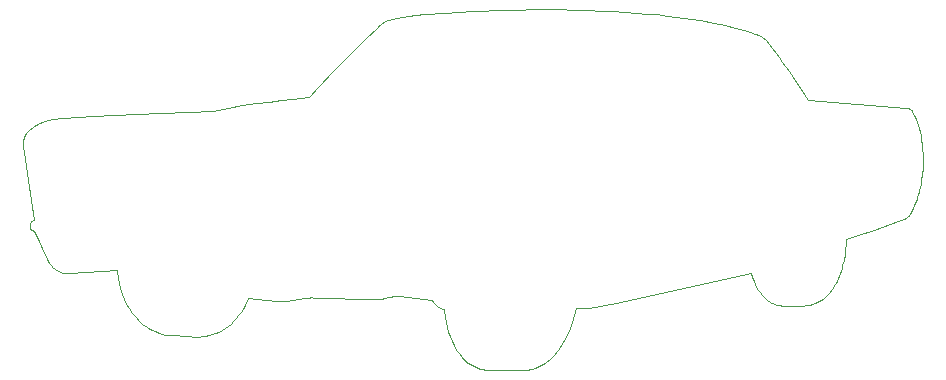
<source format=gbr>
%TF.GenerationSoftware,KiCad,Pcbnew,7.0.8*%
%TF.CreationDate,2024-05-09T09:52:06-04:00*%
%TF.ProjectId,Caddy_SAO,43616464-795f-4534-914f-2e6b69636164,rev?*%
%TF.SameCoordinates,Original*%
%TF.FileFunction,Profile,NP*%
%FSLAX46Y46*%
G04 Gerber Fmt 4.6, Leading zero omitted, Abs format (unit mm)*
G04 Created by KiCad (PCBNEW 7.0.8) date 2024-05-09 09:52:06*
%MOMM*%
%LPD*%
G01*
G04 APERTURE LIST*
%TA.AperFunction,Profile*%
%ADD10C,0.100000*%
%TD*%
G04 APERTURE END LIST*
D10*
X218356385Y-133290963D02*
X219561387Y-133309570D01*
X220714233Y-133339610D01*
X221815817Y-133380289D01*
X222867035Y-133430812D01*
X223868785Y-133490385D01*
X224821963Y-133558214D01*
X225727463Y-133633503D01*
X226586184Y-133715459D01*
X227399021Y-133803286D01*
X228166871Y-133896191D01*
X228890629Y-133993378D01*
X230209457Y-134197422D01*
X231362675Y-134409063D01*
X232357453Y-134621944D01*
X233200961Y-134829709D01*
X233900369Y-135026001D01*
X234462848Y-135204466D01*
X234895567Y-135358746D01*
X235205697Y-135482484D01*
X235486870Y-135612915D01*
X235766860Y-135906651D01*
X236049990Y-136228951D01*
X236334437Y-136574893D01*
X236618381Y-136939554D01*
X236899998Y-137318013D01*
X237177469Y-137705348D01*
X237712682Y-138486954D01*
X239323334Y-140983959D01*
X247684166Y-141618957D01*
X247723530Y-141624848D01*
X247762196Y-141632599D01*
X247800087Y-141642211D01*
X247837126Y-141653682D01*
X247873235Y-141667015D01*
X247908336Y-141682207D01*
X247942352Y-141699261D01*
X247975205Y-141718174D01*
X248006819Y-141738948D01*
X248037114Y-141761582D01*
X248051744Y-141773597D01*
X248066015Y-141786077D01*
X248079917Y-141799022D01*
X248093442Y-141812432D01*
X248106579Y-141826307D01*
X248119319Y-141840647D01*
X248131652Y-141855452D01*
X248143569Y-141870723D01*
X248155059Y-141886458D01*
X248166113Y-141902659D01*
X248176721Y-141919324D01*
X248186874Y-141936455D01*
X248338597Y-142238659D01*
X248483136Y-142580602D01*
X248646590Y-143044398D01*
X248729112Y-143320732D01*
X248808805Y-143626017D01*
X248883150Y-143959750D01*
X248949627Y-144321427D01*
X249005718Y-144710544D01*
X249048903Y-145126598D01*
X249076663Y-145569084D01*
X249086479Y-146037498D01*
X249086066Y-146231801D01*
X249083172Y-146421143D01*
X249080020Y-146515503D01*
X249075317Y-146610484D01*
X249068754Y-146706705D01*
X249060020Y-146804787D01*
X249055421Y-146896925D01*
X249043070Y-147025961D01*
X249025138Y-147179182D01*
X249003796Y-147343874D01*
X248959560Y-147656827D01*
X248927727Y-147863121D01*
X248881011Y-148097461D01*
X248830574Y-148323972D01*
X248777037Y-148542266D01*
X248721019Y-148751956D01*
X248663141Y-148952655D01*
X248604023Y-149143974D01*
X248544285Y-149325527D01*
X248484547Y-149496925D01*
X248425429Y-149657781D01*
X248367551Y-149807707D01*
X248257996Y-150073221D01*
X248160844Y-150290365D01*
X248081055Y-150456039D01*
X248055623Y-150500358D01*
X248028912Y-150543941D01*
X248000884Y-150586671D01*
X247971499Y-150628432D01*
X247940719Y-150669108D01*
X247908505Y-150708583D01*
X247874818Y-150746740D01*
X247839620Y-150783463D01*
X247802871Y-150818635D01*
X247764534Y-150852141D01*
X247724568Y-150883864D01*
X247682937Y-150913688D01*
X247639600Y-150941496D01*
X247594519Y-150967172D01*
X247547655Y-150990601D01*
X247498970Y-151011665D01*
X246944532Y-151237439D01*
X246312890Y-151473445D01*
X245633500Y-151712551D01*
X244935817Y-151947627D01*
X243603391Y-152377162D01*
X242551254Y-152704998D01*
X242539995Y-153135417D01*
X242505831Y-153579827D01*
X242448180Y-154032997D01*
X242366461Y-154489693D01*
X242260092Y-154944685D01*
X242197482Y-155169906D01*
X242128492Y-155392739D01*
X242053049Y-155612529D01*
X241971080Y-155828623D01*
X241882513Y-156040366D01*
X241787274Y-156247105D01*
X241685292Y-156448185D01*
X241576494Y-156642953D01*
X241460806Y-156830754D01*
X241338156Y-157010935D01*
X241208472Y-157182840D01*
X241071681Y-157345817D01*
X240927710Y-157499212D01*
X240776487Y-157642369D01*
X240617939Y-157774636D01*
X240451992Y-157895358D01*
X240278575Y-158003881D01*
X240097615Y-158099551D01*
X239909039Y-158181714D01*
X239712775Y-158249716D01*
X239508750Y-158302904D01*
X239296890Y-158340622D01*
X239178962Y-158349355D01*
X238933910Y-158355918D01*
X238238549Y-158363773D01*
X237259590Y-158367081D01*
X237141387Y-158361816D01*
X237024933Y-158351009D01*
X236910272Y-158334699D01*
X236797447Y-158312924D01*
X236686501Y-158285722D01*
X236577479Y-158253134D01*
X236470424Y-158215197D01*
X236365380Y-158171950D01*
X236262390Y-158123433D01*
X236161497Y-158069683D01*
X236062746Y-158010739D01*
X235966180Y-157946641D01*
X235871842Y-157877427D01*
X235779776Y-157803136D01*
X235602636Y-157639476D01*
X235435108Y-157455973D01*
X235277540Y-157252937D01*
X235130282Y-157030676D01*
X234993681Y-156789502D01*
X234868088Y-156529725D01*
X234753850Y-156251654D01*
X234651317Y-155955600D01*
X234560837Y-155641872D01*
X227701515Y-157120234D01*
X223071307Y-158116142D01*
X220802506Y-158578751D01*
X220008759Y-158552288D01*
X219717712Y-158605206D01*
X219566584Y-159192495D01*
X219391736Y-159752732D01*
X219194255Y-160284289D01*
X219087365Y-160538804D01*
X218975224Y-160785538D01*
X218857967Y-161024288D01*
X218735729Y-161254850D01*
X218608647Y-161477022D01*
X218476856Y-161690599D01*
X218340491Y-161895378D01*
X218199689Y-162091156D01*
X218054585Y-162277729D01*
X217905314Y-162454894D01*
X217752013Y-162622446D01*
X217594817Y-162780184D01*
X217433861Y-162927903D01*
X217269281Y-163065399D01*
X217101213Y-163192470D01*
X216929793Y-163308912D01*
X216755155Y-163414520D01*
X216577437Y-163509093D01*
X216396773Y-163592426D01*
X216213299Y-163664316D01*
X216027150Y-163724560D01*
X215838464Y-163772953D01*
X215647374Y-163809293D01*
X215454017Y-163833375D01*
X215258528Y-163844998D01*
X215061043Y-163843956D01*
X212441673Y-163817497D01*
X212224614Y-163810977D01*
X212014890Y-163791691D01*
X211812394Y-163760052D01*
X211617020Y-163716470D01*
X211428661Y-163661358D01*
X211247210Y-163595127D01*
X211072562Y-163518190D01*
X210904608Y-163430957D01*
X210743244Y-163333842D01*
X210588361Y-163227255D01*
X210439854Y-163111609D01*
X210297616Y-162987315D01*
X210161541Y-162854785D01*
X210031521Y-162714431D01*
X209789223Y-162411898D01*
X209569870Y-162083010D01*
X209372608Y-161731061D01*
X209196585Y-161359346D01*
X209040948Y-160971159D01*
X208904846Y-160569795D01*
X208787424Y-160158547D01*
X208687831Y-159740711D01*
X208605213Y-159319580D01*
X208499382Y-158658123D01*
X208459853Y-158649914D01*
X208420653Y-158640198D01*
X208381801Y-158629018D01*
X208343318Y-158616420D01*
X208267535Y-158587138D01*
X208193456Y-158552702D01*
X208121238Y-158513460D01*
X208051036Y-158469761D01*
X207983004Y-158421954D01*
X207917297Y-158370387D01*
X207854071Y-158315410D01*
X207793481Y-158257371D01*
X207735681Y-158196618D01*
X207680827Y-158133502D01*
X207629073Y-158068371D01*
X207580575Y-158001573D01*
X207535487Y-157933457D01*
X207493965Y-157864372D01*
X204821671Y-157573326D01*
X204239590Y-157573326D01*
X204062960Y-157607432D01*
X203873307Y-157647739D01*
X203472298Y-157732075D01*
X203269622Y-157768662D01*
X203169641Y-157783933D01*
X203071288Y-157796568D01*
X202975105Y-157806102D01*
X202881636Y-157812071D01*
X202791421Y-157814009D01*
X202705006Y-157811451D01*
X197492714Y-157679161D01*
X197240948Y-157677093D01*
X197096925Y-157677765D01*
X196947012Y-157682466D01*
X196871299Y-157687007D01*
X196795858Y-157693370D01*
X196721270Y-157701825D01*
X196648115Y-157712645D01*
X196576976Y-157726100D01*
X196508434Y-157742462D01*
X196443070Y-157762002D01*
X196381466Y-157784992D01*
X196088828Y-157842825D01*
X195813903Y-157887984D01*
X195553318Y-157921438D01*
X195303701Y-157944156D01*
X195061681Y-157957108D01*
X194823885Y-157961262D01*
X194586942Y-157957586D01*
X194347480Y-157947051D01*
X191936462Y-157732075D01*
X191671883Y-158340618D01*
X191501169Y-158640664D01*
X191316968Y-158925285D01*
X191120055Y-159193937D01*
X190911204Y-159446080D01*
X190691191Y-159681168D01*
X190460791Y-159898662D01*
X190220780Y-160098016D01*
X189971931Y-160278690D01*
X189715022Y-160440140D01*
X189450826Y-160581824D01*
X189180119Y-160703199D01*
X188903676Y-160803722D01*
X188622272Y-160882852D01*
X188336682Y-160940045D01*
X188047682Y-160974758D01*
X187756046Y-160986450D01*
X187729588Y-160986450D01*
X185560005Y-160880619D01*
X185328805Y-160873486D01*
X185101635Y-160852391D01*
X184878650Y-160817789D01*
X184660007Y-160770135D01*
X184445860Y-160709885D01*
X184236363Y-160637494D01*
X184031673Y-160553418D01*
X183831943Y-160458113D01*
X183637330Y-160352032D01*
X183447987Y-160235633D01*
X183264070Y-160109369D01*
X183085735Y-159973698D01*
X182913135Y-159829073D01*
X182746427Y-159675951D01*
X182431304Y-159346036D01*
X182141606Y-158987595D01*
X181878573Y-158604273D01*
X181643445Y-158199711D01*
X181437463Y-157777553D01*
X181261867Y-157341443D01*
X181117896Y-156895023D01*
X181006792Y-156441937D01*
X180929794Y-155985828D01*
X180850418Y-155350830D01*
X176828753Y-155615414D01*
X176695398Y-155619192D01*
X176568071Y-155615872D01*
X176446596Y-155605800D01*
X176330799Y-155589317D01*
X176220505Y-155566770D01*
X176115540Y-155538500D01*
X176015731Y-155504853D01*
X175920901Y-155466173D01*
X175830878Y-155422803D01*
X175745486Y-155375087D01*
X175664551Y-155323369D01*
X175587898Y-155267994D01*
X175515354Y-155209305D01*
X175446744Y-155147646D01*
X175381894Y-155083362D01*
X175320628Y-155016795D01*
X175208154Y-154878193D01*
X175107928Y-154734590D01*
X175018554Y-154588740D01*
X174938636Y-154443393D01*
X174801590Y-154165219D01*
X174685629Y-153922081D01*
X174206071Y-152900129D01*
X173952650Y-152363108D01*
X173786045Y-152017082D01*
X173771242Y-152016699D01*
X173756609Y-152015564D01*
X173742160Y-152013703D01*
X173727909Y-152011140D01*
X173713871Y-152007898D01*
X173700062Y-152004002D01*
X173686494Y-151999476D01*
X173673183Y-151994345D01*
X173660144Y-151988632D01*
X173647390Y-151982362D01*
X173634937Y-151975560D01*
X173622799Y-151968248D01*
X173610990Y-151960453D01*
X173599525Y-151952197D01*
X173588419Y-151943504D01*
X173577685Y-151934401D01*
X173567340Y-151924909D01*
X173557396Y-151915054D01*
X173547869Y-151904860D01*
X173538773Y-151894351D01*
X173521933Y-151872486D01*
X173506992Y-151849651D01*
X173500270Y-151837931D01*
X173494067Y-151826041D01*
X173488396Y-151814006D01*
X173483273Y-151801850D01*
X173478712Y-151789597D01*
X173474727Y-151777271D01*
X173471334Y-151764897D01*
X173468546Y-151752499D01*
X173468546Y-151461456D01*
X173469081Y-151446727D01*
X173470658Y-151432304D01*
X173473233Y-151418181D01*
X173476762Y-151404353D01*
X173481203Y-151390816D01*
X173486510Y-151377565D01*
X173492641Y-151364595D01*
X173499552Y-151351901D01*
X173507199Y-151339479D01*
X173515539Y-151327323D01*
X173534123Y-151303790D01*
X173554955Y-151281266D01*
X173577686Y-151259710D01*
X173601967Y-151239085D01*
X173627450Y-151219351D01*
X173653786Y-151200470D01*
X173680625Y-151182402D01*
X173734420Y-151148554D01*
X173786045Y-151117497D01*
X173299872Y-147720908D01*
X173053066Y-145941998D01*
X172912920Y-144820412D01*
X172902752Y-144675201D01*
X172902274Y-144536811D01*
X172905790Y-144469981D01*
X172911873Y-144404623D01*
X172920572Y-144340660D01*
X172931936Y-144278015D01*
X172946013Y-144216611D01*
X172962852Y-144156369D01*
X172982500Y-144097213D01*
X173005007Y-144039064D01*
X173030420Y-143981845D01*
X173058789Y-143925479D01*
X173090161Y-143869888D01*
X173124586Y-143814995D01*
X173162111Y-143760722D01*
X173202785Y-143706991D01*
X173246657Y-143653726D01*
X173293774Y-143600848D01*
X173397941Y-143495945D01*
X173515673Y-143391662D01*
X173647357Y-143287380D01*
X173793381Y-143182477D01*
X173954134Y-143076334D01*
X174130001Y-142968330D01*
X174236048Y-142915595D01*
X174345854Y-142866425D01*
X174459458Y-142820666D01*
X174576899Y-142778163D01*
X174698216Y-142738759D01*
X174823448Y-142702302D01*
X174952632Y-142668635D01*
X175085809Y-142637603D01*
X175364293Y-142582825D01*
X175659210Y-142536730D01*
X175970870Y-142498075D01*
X176299583Y-142465622D01*
X178811472Y-142318446D01*
X182484220Y-142141506D01*
X188946667Y-141857079D01*
X190215996Y-141623708D01*
X191451528Y-141418863D01*
X192634350Y-141241303D01*
X193745548Y-141089787D01*
X194766210Y-140963077D01*
X195677420Y-140859931D01*
X197095837Y-140719372D01*
X197889998Y-139863610D01*
X199162891Y-138516715D01*
X199961034Y-137691649D01*
X200857465Y-136782867D01*
X201845054Y-135803392D01*
X202916668Y-134766247D01*
X202962524Y-134721340D01*
X203010667Y-134676123D01*
X203060903Y-134630906D01*
X203113038Y-134586000D01*
X203166878Y-134541713D01*
X203222230Y-134498356D01*
X203278899Y-134456240D01*
X203336693Y-134415674D01*
X203395416Y-134376969D01*
X203454877Y-134340434D01*
X203514879Y-134306379D01*
X203575231Y-134275115D01*
X203635737Y-134246952D01*
X203696205Y-134222199D01*
X203756441Y-134201167D01*
X203816250Y-134184166D01*
X204578166Y-134021282D01*
X205509633Y-133876278D01*
X206855649Y-133714531D01*
X208651869Y-133555265D01*
X210933951Y-133417702D01*
X213737552Y-133321068D01*
X217098328Y-133284584D01*
X218356385Y-133290963D01*
M02*

</source>
